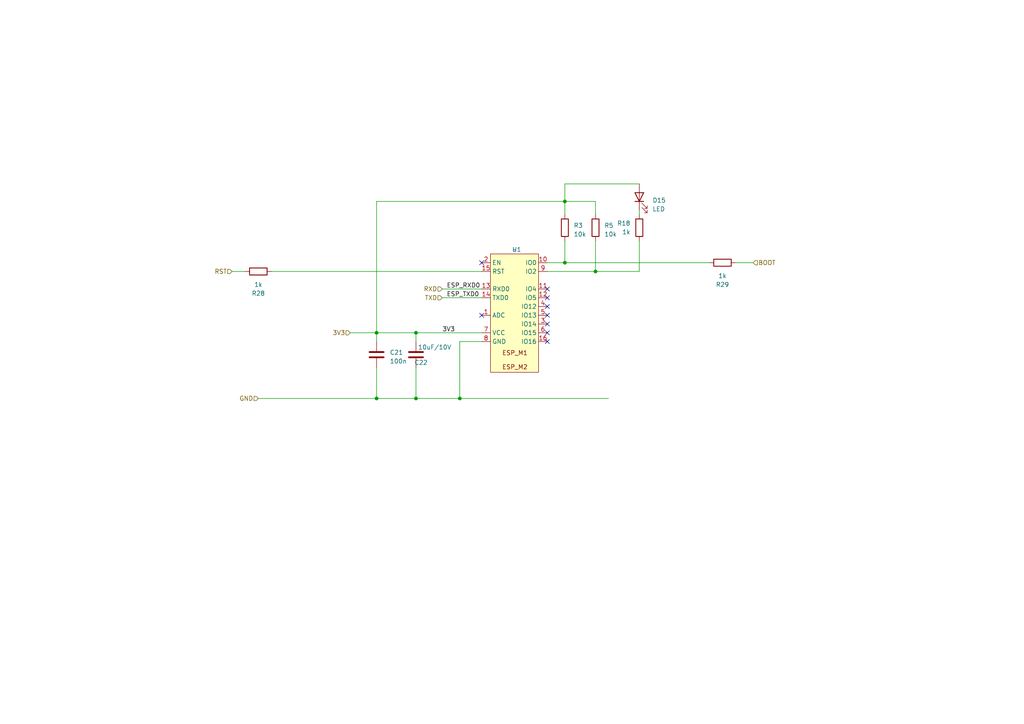
<source format=kicad_sch>
(kicad_sch (version 20250114) (generator "eeschema") (generator_version "9.0")
  (paper "A4")
  (lib_symbols
    (symbol "Device:C" (pin_numbers (hide yes)) (pin_names (offset 0.254))
      (property "Reference" "C" (at 0.635 2.54 0))
      (property "Value" "C" (at 0.635 -2.54 0))
      (symbol "C_0_1"
        (polyline (pts (xy -2.032 0.762) (xy 2.032 0.762)) (stroke (width 0.508)))
        (polyline (pts (xy -2.032 -0.762) (xy 2.032 -0.762)) (stroke (width 0.508)))
      )
      (symbol "C_1_1"
        (pin passive line (at 0 3.81 270) (length 2.794) (name "~") (number "1"))
        (pin passive line (at 0 -3.81 90) (length 2.794) (name "~") (number "2"))
      )
    )
    (symbol "Device:LED" (pin_numbers (hide yes)) (pin_names (offset 1.016) (hide yes))
      (property "Reference" "D" (at 0 2.54 0))
      (property "Value" "LED" (at 0 -2.54 0))
      (symbol "LED_0_1"
        (polyline (pts (xy -3.048 -0.762) (xy -4.572 -2.286) (xy -3.81 -2.286) (xy -4.572 -2.286) (xy -4.572 -1.524)))
        (polyline (pts (xy -1.778 -0.762) (xy -3.302 -2.286) (xy -2.54 -2.286) (xy -3.302 -2.286) (xy -3.302 -1.524)))
        (polyline (pts (xy -1.27 0) (xy 1.27 0)))
        (polyline (pts (xy -1.27 -1.27) (xy -1.27 1.27)) (stroke (width 0.254)))
        (polyline (pts (xy 1.27 -1.27) (xy 1.27 1.27) (xy -1.27 0) (xy 1.27 -1.27)) (stroke (width 0.254)))
      )
      (symbol "LED_1_1"
        (pin passive line (at -3.81 0 0) (length 2.54) (name "K") (number "1"))
        (pin passive line (at 3.81 0 180) (length 2.54) (name "A") (number "2"))
      )
    )
    (symbol "Device:R" (pin_numbers (hide yes)) (pin_names (offset 0))
      (property "Reference" "R" (at 2.032 0 90))
      (property "Value" "R" (at 0 0 90))
      (symbol "R_0_1"
        (rectangle (start -1.016 -2.54) (end 1.016 2.54) (stroke (width 0.254)))
      )
      (symbol "R_1_1"
        (pin passive line (at 0 3.81 270) (length 1.27) (name "~") (number "1"))
        (pin passive line (at 0 -3.81 90) (length 1.27) (name "~") (number "2"))
      )
    )
    (symbol "myLib_Modules:ESP_M"
      (property "Reference" "U" (at 2.286 16.51 0))
      (symbol "ESP_M_1_1"
        (rectangle (start -5.08 15.24) (end 8.89 -19.05) (fill (type background)))
        (text "ESP_M1\n\nESP_M2" (at 2.032 -15.494 0) (effects (font (size 1.27 1.27))))
        (pin input line (at -7.62 12.7 0) (length 2.54) (name "EN") (number "2"))
        (pin input line (at -7.62 10.16 0) (length 2.54) (name "RST") (number "15"))
        (pin input line (at -7.62 5.08 0) (length 2.54) (name "RXD0") (number "13"))
        (pin input line (at -7.62 2.54 0) (length 2.54) (name "TXD0") (number "14"))
        (pin input line (at -7.62 -2.54 0) (length 2.54) (name "ADC") (number "1"))
        (pin input line (at -7.62 -7.62 0) (length 2.54) (name "VCC") (number "7"))
        (pin input line (at -7.62 -10.16 0) (length 2.54) (name "GND") (number "8"))
        (pin input line (at 11.43 12.7 180) (length 2.54) (name "IO0") (number "10"))
        (pin input line (at 11.43 10.16 180) (length 2.54) (name "IO2") (number "9"))
        (pin input line (at 11.43 5.08 180) (length 2.54) (name "IO4") (number "11"))
        (pin input line (at 11.43 2.54 180) (length 2.54) (name "IO5") (number "12"))
        (pin input line (at 11.43 0 180) (length 2.54) (name "IO12") (number "4"))
        (pin input line (at 11.43 -2.54 180) (length 2.54) (name "IO13") (number "5"))
        (pin input line (at 11.43 -5.08 180) (length 2.54) (name "IO14") (number "3"))
        (pin input line (at 11.43 -7.62 180) (length 2.54) (name "IO15") (number "6"))
        (pin input line (at 11.43 -10.16 180) (length 2.54) (name "IO16") (number "16"))
      )
    )
  )
  (junction (at 172.72 78.74))
  (junction (at 109.22 115.57))
  (junction (at 120.65 115.57))
  (junction (at 120.65 96.52))
  (junction (at 163.83 58.42))
  (junction (at 109.22 96.52))
  (junction (at 163.83 76.2))
  (junction (at 133.35 115.57))
  (no_connect (at 158.75 96.52))
  (no_connect (at 158.75 86.36))
  (no_connect (at 158.75 91.44))
  (no_connect (at 158.75 93.98))
  (no_connect (at 139.7 76.2))
  (no_connect (at 158.75 83.82))
  (no_connect (at 158.75 88.9))
  (no_connect (at 139.7 91.44))
  (no_connect (at 158.75 99.06))
  (wire (pts (xy 185.42 53.34) (xy 163.83 53.34)))
  (wire (pts (xy 133.35 115.57) (xy 176.53 115.57)))
  (wire (pts (xy 128.27 86.36) (xy 139.7 86.36)))
  (wire (pts (xy 163.83 53.34) (xy 163.83 58.42)))
  (wire (pts (xy 163.83 58.42) (xy 163.83 62.23)))
  (wire (pts (xy 163.83 76.2) (xy 158.75 76.2)))
  (wire (pts (xy 133.35 115.57) (xy 133.35 99.06)))
  (wire (pts (xy 74.93 115.57) (xy 109.22 115.57)))
  (wire (pts (xy 128.27 83.82) (xy 139.7 83.82)))
  (wire (pts (xy 172.72 58.42) (xy 163.83 58.42)))
  (wire (pts (xy 172.72 78.74) (xy 185.42 78.74)))
  (wire (pts (xy 109.22 96.52) (xy 109.22 99.06)))
  (wire (pts (xy 109.22 115.57) (xy 120.65 115.57)))
  (wire (pts (xy 120.65 115.57) (xy 133.35 115.57)))
  (wire (pts (xy 120.65 106.68) (xy 120.65 115.57)))
  (wire (pts (xy 163.83 58.42) (xy 109.22 58.42)))
  (wire (pts (xy 172.72 62.23) (xy 172.72 58.42)))
  (wire (pts (xy 172.72 69.85) (xy 172.72 78.74)))
  (wire (pts (xy 120.65 96.52) (xy 120.65 99.06)))
  (wire (pts (xy 109.22 58.42) (xy 109.22 96.52)))
  (wire (pts (xy 185.42 69.85) (xy 185.42 78.74)))
  (wire (pts (xy 172.72 78.74) (xy 158.75 78.74)))
  (wire (pts (xy 163.83 69.85) (xy 163.83 76.2)))
  (wire (pts (xy 185.42 62.23) (xy 185.42 60.96)))
  (wire (pts (xy 78.74 78.74) (xy 139.7 78.74)))
  (wire (pts (xy 213.36 76.2) (xy 218.44 76.2)))
  (wire (pts (xy 67.31 78.74) (xy 71.12 78.74)))
  (wire (pts (xy 101.6 96.52) (xy 109.22 96.52)))
  (wire (pts (xy 133.35 99.06) (xy 139.7 99.06)))
  (wire (pts (xy 109.22 106.68) (xy 109.22 115.57)))
  (wire (pts (xy 120.65 96.52) (xy 139.7 96.52)))
  (wire (pts (xy 163.83 76.2) (xy 205.74 76.2)))
  (wire (pts (xy 109.22 96.52) (xy 120.65 96.52)))
  (label "3V3" (at 128.27 96.52 0))
  (label "ESP_RXD0" (at 129.54 83.82 0))
  (label "ESP_TXD0" (at 129.54 86.36 0))
  (hierarchical_label "RST" (shape input) (at 67.31 78.74 180))
  (hierarchical_label "RXD" (shape input) (at 128.27 83.82 180))
  (hierarchical_label "BOOT" (shape input) (at 218.44 76.2 0))
  (hierarchical_label "3V3" (shape input) (at 101.6 96.52 180))
  (hierarchical_label "GND" (shape input) (at 74.93 115.57 180))
  (hierarchical_label "TXD" (shape input) (at 128.27 86.36 180))
  (symbol (lib_id "Device:R") (at 185.42 66.04 0) (mirror x) (unit 1)
    (property "Reference" "R18" (at 182.88 64.7699 0) (effects (justify right)))
    (property "Value" "1k" (at 182.88 67.3099 0) (effects (justify right)))
    (property "Footprint" "Resistor_SMD:R_0402_1005Metric" (effects (hide yes)))
  )
  (symbol (lib_id "Device:R") (at 163.83 66.04 180) (unit 1)
    (property "Reference" "R3" (at 166.37 65.405 0) (effects (justify right)))
    (property "Value" "10k" (at 166.37 67.945 0) (effects (justify right)))
    (property "Footprint" "Capacitor_SMD:C_0402_1005Metric" (effects (hide yes)))
  )
  (symbol (lib_id "Device:C") (at 120.65 102.87 180) (unit 1)
    (property "Reference" "C22" (at 124.079 105.156 0) (effects (justify left)))
    (property "Value" "10uF/10V" (at 130.937 100.711 0) (effects (justify left)))
    (property "Footprint" "Capacitor_SMD:C_0603_1608Metric" (effects (hide yes)))
  )
  (symbol (lib_id "Device:R") (at 209.55 76.2 90) (unit 1)
    (property "Reference" "R29" (at 209.55 82.55 90))
    (property "Value" "1k" (at 209.55 80.01 90))
    (property "Footprint" "Capacitor_SMD:C_0402_1005Metric" (effects (hide yes)))
  )
  (symbol (lib_id "myLib_Modules:ESP_M") (at 147.32 88.9 0) (unit 1)
    (property "Reference" "U1" (at 149.86 72.39 0))
    (property "Value" "~" (at 149.225 72.39 0))
    (property "Footprint" "myLib_SMD:ESP_M2" (effects (hide yes)))
  )
  (symbol (lib_id "Device:C") (at 109.22 102.87 0) (unit 1)
    (property "Reference" "C21" (at 113.03 102.235 0) (effects (justify left)))
    (property "Value" "100n" (at 113.03 104.775 0) (effects (justify left)))
    (property "Footprint" "Capacitor_SMD:C_0402_1005Metric" (effects (hide yes)))
  )
  (symbol (lib_id "Device:LED") (at 185.42 57.15 90) (unit 1)
    (property "Reference" "D15" (at 189.23 58.1025 90) (effects (justify right)))
    (property "Value" "LED" (at 189.23 60.6425 90) (effects (justify right)))
    (property "Footprint" "LED_SMD:LED_0603_1608Metric" (effects (hide yes)))
  )
  (symbol (lib_id "Device:R") (at 74.93 78.74 90) (unit 1)
    (property "Reference" "R28" (at 74.93 85.09 90))
    (property "Value" "1k" (at 74.93 82.55 90))
    (property "Footprint" "Capacitor_SMD:C_0402_1005Metric" (effects (hide yes)))
  )
  (symbol (lib_id "Device:R") (at 172.72 66.04 180) (unit 1)
    (property "Reference" "R5" (at 175.26 65.405 0) (effects (justify right)))
    (property "Value" "10k" (at 175.26 67.945 0) (effects (justify right)))
    (property "Footprint" "Capacitor_SMD:C_0402_1005Metric" (effects (hide yes)))
  )
)
</source>
